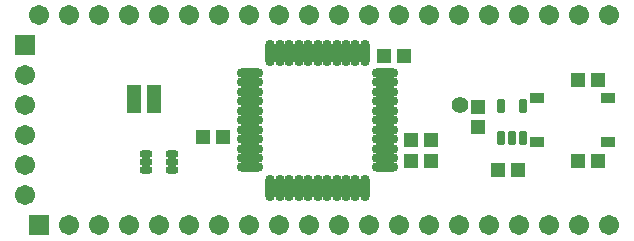
<source format=gts>
G04*
G04 #@! TF.GenerationSoftware,Altium Limited,Altium Designer,19.1.8 (144)*
G04*
G04 Layer_Color=8388736*
%FSLAX25Y25*%
%MOIN*%
G70*
G01*
G75*
G04:AMPARAMS|DCode=19|XSize=23.75mil|YSize=41.47mil|CornerRadius=7.94mil|HoleSize=0mil|Usage=FLASHONLY|Rotation=90.000|XOffset=0mil|YOffset=0mil|HoleType=Round|Shape=RoundedRectangle|*
%AMROUNDEDRECTD19*
21,1,0.02375,0.02559,0,0,90.0*
21,1,0.00787,0.04147,0,0,90.0*
1,1,0.01587,0.01280,0.00394*
1,1,0.01587,0.01280,-0.00394*
1,1,0.01587,-0.01280,-0.00394*
1,1,0.01587,-0.01280,0.00394*
%
%ADD19ROUNDEDRECTD19*%
%ADD20R,0.04737X0.05131*%
%ADD21R,0.05131X0.04737*%
%ADD22O,0.08871X0.03162*%
%ADD23O,0.03162X0.08871*%
G04:AMPARAMS|DCode=24|XSize=47.37mil|YSize=29.65mil|CornerRadius=9.41mil|HoleSize=0mil|Usage=FLASHONLY|Rotation=90.000|XOffset=0mil|YOffset=0mil|HoleType=Round|Shape=RoundedRectangle|*
%AMROUNDEDRECTD24*
21,1,0.04737,0.01083,0,0,90.0*
21,1,0.02854,0.02965,0,0,90.0*
1,1,0.01883,0.00541,0.01427*
1,1,0.01883,0.00541,-0.01427*
1,1,0.01883,-0.00541,-0.01427*
1,1,0.01883,-0.00541,0.01427*
%
%ADD24ROUNDEDRECTD24*%
%ADD25R,0.04800X0.03800*%
%ADD26C,0.05524*%
%ADD27C,0.06706*%
%ADD28R,0.06706X0.06706*%
%ADD29R,0.06706X0.06706*%
D19*
X65671Y23659D02*
D03*
Y21100D02*
D03*
Y18541D02*
D03*
X74529D02*
D03*
Y21100D02*
D03*
Y23659D02*
D03*
D20*
X176500Y32768D02*
D03*
Y39461D02*
D03*
D21*
X189946Y18415D02*
D03*
X183254D02*
D03*
X61853Y39600D02*
D03*
X68546D02*
D03*
X61853Y44500D02*
D03*
X68546D02*
D03*
X154154Y21400D02*
D03*
X160846D02*
D03*
X216347Y48500D02*
D03*
X209653D02*
D03*
X216347Y21500D02*
D03*
X209653D02*
D03*
X151847Y56400D02*
D03*
X145153D02*
D03*
X160846Y28500D02*
D03*
X154154D02*
D03*
X84835Y29500D02*
D03*
X91528D02*
D03*
D22*
X100559Y50748D02*
D03*
Y47598D02*
D03*
Y44449D02*
D03*
Y41299D02*
D03*
Y38150D02*
D03*
Y35000D02*
D03*
Y31850D02*
D03*
Y28701D02*
D03*
Y25551D02*
D03*
Y22402D02*
D03*
Y19252D02*
D03*
X145441D02*
D03*
Y22402D02*
D03*
Y25551D02*
D03*
Y28701D02*
D03*
Y31850D02*
D03*
Y35000D02*
D03*
Y38150D02*
D03*
Y41299D02*
D03*
Y44449D02*
D03*
Y47598D02*
D03*
Y50748D02*
D03*
D23*
X107252Y12559D02*
D03*
X110402D02*
D03*
X113551D02*
D03*
X116701D02*
D03*
X119850D02*
D03*
X123000D02*
D03*
X126150D02*
D03*
X129299D02*
D03*
X132449D02*
D03*
X135598D02*
D03*
X138748D02*
D03*
Y57441D02*
D03*
X135598D02*
D03*
X132449D02*
D03*
X129299D02*
D03*
X126150D02*
D03*
X123000D02*
D03*
X119850D02*
D03*
X116701D02*
D03*
X113551D02*
D03*
X110402D02*
D03*
X107252D02*
D03*
D24*
X183960Y29200D02*
D03*
X187700D02*
D03*
X191440D02*
D03*
X183960Y39830D02*
D03*
X191440D02*
D03*
D25*
X196189Y27618D02*
D03*
Y42382D02*
D03*
X219811D02*
D03*
Y27618D02*
D03*
D26*
X170400Y40100D02*
D03*
D27*
X130000Y70000D02*
D03*
X220000D02*
D03*
X210000D02*
D03*
X200000D02*
D03*
X190000D02*
D03*
X180000D02*
D03*
X170000D02*
D03*
X160000D02*
D03*
X150000D02*
D03*
X140000D02*
D03*
X30000D02*
D03*
X120000D02*
D03*
X110000D02*
D03*
X100000D02*
D03*
X90000D02*
D03*
X80000D02*
D03*
X70000D02*
D03*
X60000D02*
D03*
X50000D02*
D03*
X40000D02*
D03*
X210000Y0D02*
D03*
X200000D02*
D03*
X190000D02*
D03*
X180000D02*
D03*
X170000D02*
D03*
X160000D02*
D03*
X150000D02*
D03*
X140000D02*
D03*
X130000D02*
D03*
X220000D02*
D03*
X110000D02*
D03*
X100000D02*
D03*
X90000D02*
D03*
X80000D02*
D03*
X70000D02*
D03*
X60000D02*
D03*
X50000D02*
D03*
X40000D02*
D03*
X120000D02*
D03*
X25500Y50000D02*
D03*
Y40000D02*
D03*
Y30000D02*
D03*
Y20000D02*
D03*
Y10000D02*
D03*
D28*
X30000Y0D02*
D03*
D29*
X25500Y60000D02*
D03*
M02*

</source>
